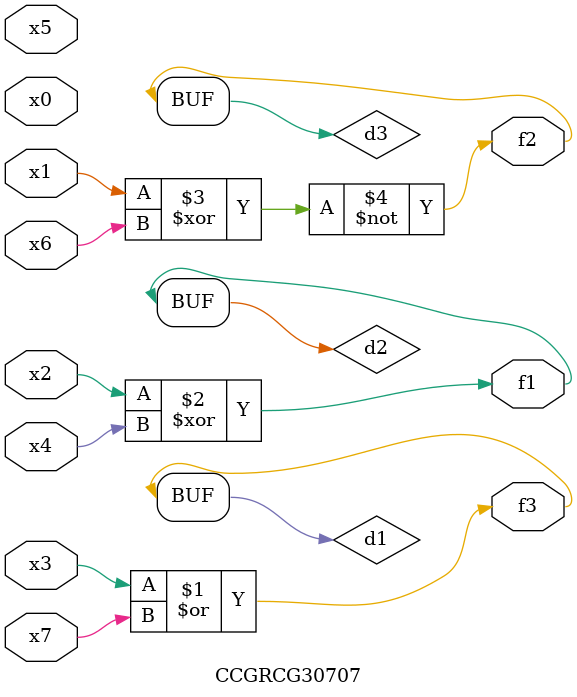
<source format=v>
module CCGRCG30707(
	input x0, x1, x2, x3, x4, x5, x6, x7,
	output f1, f2, f3
);

	wire d1, d2, d3;

	or (d1, x3, x7);
	xor (d2, x2, x4);
	xnor (d3, x1, x6);
	assign f1 = d2;
	assign f2 = d3;
	assign f3 = d1;
endmodule

</source>
